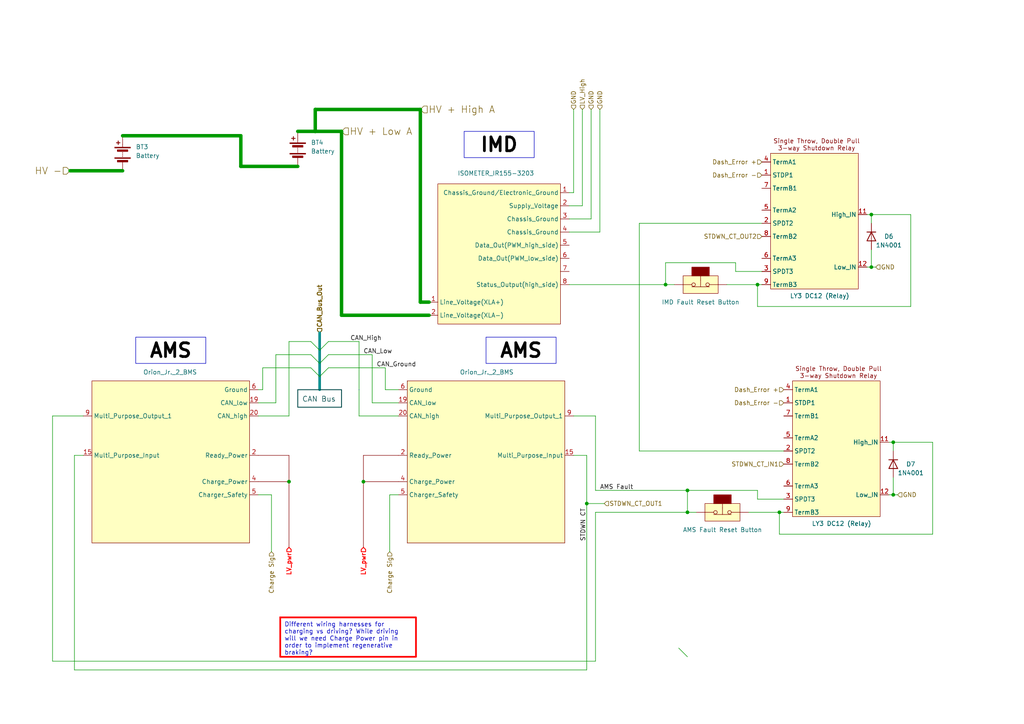
<source format=kicad_sch>
(kicad_sch (version 20230121) (generator eeschema)
  (paper "A4")
  (lib_symbols
    (symbol "CamachosSymbols:Safety Switch" (pin_numbers hide) (pin_names (offset 1.016) hide)
      (property "Reference" "SW?" (at 0 7.62 0))
      (property "Value" "Safety Switch" (at 0 6.35 0))
      (symbol "Safety Switch_0_1"
        (rectangle (start -5.08 2.54) (end 5.08 -2.54) (fill (type background)))
        (circle (center -2.032 0) (radius 0.508))
        (polyline (pts (xy -5.08 0) (xy -2.54 0)))
        (polyline (pts (xy -2.54 -0.635) (xy 2.54 -0.635)))
        (polyline (pts (xy 0 -0.635) (xy 0 1.27)))
        (polyline (pts (xy 0 1.27) (xy 0 2.54)))
        (polyline (pts (xy 2.54 0) (xy 5.08 0)))
        (polyline (pts (xy -2.54 2.54) (xy -2.54 5.08) (xy 2.54 5.08) (xy 2.54 2.54) (xy -2.54 2.54)) (fill (type outline)))
        (circle (center 2.032 0) (radius 0.508))
        (pin passive line (at -7.62 0 0) (length 2.54) (name "A") (number "1"))
      )
      (symbol "Safety Switch_1_1"
        (pin passive line (at 7.62 0 180) (length 2.54) (name "B") (number "2"))
      )
    )
    (symbol "Device:Battery" (pin_numbers hide) (pin_names (offset 0) hide)
      (property "Reference" "BT" (at 2.54 2.54 0))
      (property "Value" "Battery" (at 2.54 0 0))
      (symbol "Battery_0_1"
        (rectangle (start -2.286 -1.27) (end 2.286 -1.524) (fill (type outline)))
        (rectangle (start -2.286 1.778) (end 2.286 1.524) (fill (type outline)))
        (rectangle (start -1.524 -2.032) (end 1.524 -2.54) (fill (type outline)))
        (rectangle (start -1.524 1.016) (end 1.524 0.508) (fill (type outline)))
        (polyline (pts (xy 0 -1.016) (xy 0 -0.762)))
        (polyline (pts (xy 0 -0.508) (xy 0 -0.254)))
        (polyline (pts (xy 0 0) (xy 0 0.254)))
        (polyline (pts (xy 0 1.778) (xy 0 2.54)))
        (polyline (pts (xy 0.762 3.048) (xy 1.778 3.048)) (stroke (width 0.254)))
        (polyline (pts (xy 1.27 3.556) (xy 1.27 2.54)) (stroke (width 0.254)))
      )
      (symbol "Battery_1_1"
        (pin passive line (at 0 5.08 270) (length 2.54) (name "+") (number "1"))
        (pin passive line (at 0 -5.08 90) (length 2.54) (name "-") (number "2"))
      )
    )
    (symbol "Diode:1N4001" (pin_numbers hide) (pin_names hide)
      (property "Reference" "D" (at 0 2.54 0))
      (property "Value" "1N4001" (at 0 -2.54 0))
      (symbol "1N4001_0_1"
        (polyline (pts (xy -1.27 1.27) (xy -1.27 -1.27)) (stroke (width 0.254)))
        (polyline (pts (xy 1.27 0) (xy -1.27 0)))
        (polyline (pts (xy 1.27 1.27) (xy 1.27 -1.27) (xy -1.27 0) (xy 1.27 1.27)) (stroke (width 0.254)))
      )
      (symbol "1N4001_1_1"
        (pin passive line (at -3.81 0 0) (length 2.54) (name "K") (number "1"))
        (pin passive line (at 3.81 0 180) (length 2.54) (name "A") (number "2"))
      )
    )
    (symbol "Sevcon_Gen4_Size6_1"
      (property "Value" "ISOMETER_IR155-3203" (at 10.16 17.78 0))
      (symbol "Sevcon_Gen4_Size6_1_0_1"
        (rectangle (start -17.78 13.97) (end 17.78 -26.67) (fill (type background)))
      )
      (symbol "Sevcon_Gen4_Size6_1_1_1"
        (pin passive line (at 20.32 11.43 180) (length 2.54) (name "Chassis_Ground/Electronic_Ground") (number "1"))
        (pin passive line (at -20.32 -20.32 0) (length 2.54) (name "Line_Voltage(XLA+)") (number "1"))
        (pin passive line (at -20.32 -24.13 0) (length 2.54) (name "Line_Voltage(XLA-)") (number "2"))
        (pin passive line (at 20.32 7.62 180) (length 2.54) (name "Supply_Voltage") (number "2"))
        (pin passive line (at 20.32 3.81 180) (length 2.54) (name "Chassis_Ground") (number "3"))
        (pin passive line (at 20.32 0 180) (length 2.54) (name "Chassis_Ground") (number "4"))
        (pin passive line (at 20.32 -3.81 180) (length 2.54) (name "Data_Out(PWM_high_side)") (number "5"))
        (pin passive line (at 20.32 -7.62 180) (length 2.54) (name "Data_Out(PWM_low_side)") (number "6"))
        (pin passive line (at 20.32 -11.43 180) (length 2.54) (name "") (number "7"))
        (pin passive line (at 20.32 -15.24 180) (length 2.54) (name "Status_Output(high_side)") (number "8"))
      )
    )
    (symbol "Sevcon_Gen4_Size6_2"
      (property "Value" "Orion_Jr._2_BMS" (at 7.62 17.78 0))
      (symbol "Sevcon_Gen4_Size6_2_0_1"
        (rectangle (start -22.86 15.24) (end 22.86 -31.75) (fill (type background)))
      )
      (symbol "Sevcon_Gen4_Size6_2_1_1"
        (pin passive line (at 25.4 -2.54 180) (length 2.54) hide (name "Charge_Enable") (number "1"))
        (pin passive line (at -25.4 1.27 0) (length 2.54) hide (name "Therm_1") (number "10"))
        (pin passive line (at 25.4 -21.59 180) (length 2.54) hide (name "State_of_Charge(0-5V)") (number "11"))
        (pin passive line (at -25.4 -2.54 0) (length 2.54) hide (name "Therm_2") (number "12"))
        (pin passive line (at 25.4 -25.4 180) (length 2.54) hide (name "Charge_Current_Lim(0-5V)") (number "13"))
        (pin passive line (at 25.4 -29.21 180) (length 2.54) hide (name "Discharge_Current_Lim(0-5V)") (number "14"))
        (pin input line (at -25.4 -6.35 0) (length 2.54) (name "Multi_Purpose_Input") (number "15"))
        (pin passive line (at -25.4 -10.16 0) (length 2.54) hide (name "Therm_3") (number "16"))
        (pin passive line (at -25.4 -13.97 0) (length 2.54) hide (name "Multi_Purpose_Output_2") (number "17"))
        (pin passive line (at -25.4 -17.78 0) (length 2.54) hide (name "") (number "18"))
        (pin bidirectional line (at 25.4 8.89 180) (length 2.54) (name "CAN_low") (number "19"))
        (pin input line (at 25.4 -6.35 180) (length 2.54) (name "Ready_Power") (number "2"))
        (pin bidirectional line (at 25.4 5.08 180) (length 2.54) (name "CAN_high") (number "20"))
        (pin passive line (at 25.4 -10.16 180) (length 2.54) hide (name "Discharge_Enable") (number "3"))
        (pin input line (at 25.4 -13.97 180) (length 2.54) (name "Charge_Power") (number "4"))
        (pin output line (at 25.4 -17.78 180) (length 2.54) (name "Charger_Safety") (number "5"))
        (pin input line (at 25.4 12.7 180) (length 2.54) (name "Ground") (number "6"))
        (pin passive line (at -25.4 12.7 0) (length 2.54) hide (name "Multi_Purpose_Enable") (number "7"))
        (pin passive line (at -25.4 8.89 0) (length 2.54) hide (name "Therm_Ground") (number "8"))
        (pin output line (at -25.4 5.08 0) (length 2.54) (name "Multi_Purpose_Output_1") (number "9"))
      )
    )
    (symbol "Sevcon_Gen4_Size6_3"
      (property "Value" "LY3 DC12 (Relay)" (at 5.08 -26.67 0))
      (symbol "Sevcon_Gen4_Size6_3_0_1"
        (rectangle (start -17.78 13.97) (end 7.62 -25.4) (fill (type background)))
      )
      (symbol "Sevcon_Gen4_Size6_3_1_0"
        (text "Single Throw, Double Pull\n3-way Shutdown Relay" (at -4.445 16.51 0) (effects (font (size 1.27 1.27))))
      )
      (symbol "Sevcon_Gen4_Size6_3_1_1"
        (pin bidirectional line (at -20.32 7.62 0) (length 2.54) (name "STDP1") (number "1"))
        (pin input line (at 10.16 -3.81 180) (length 2.54) (name "High_IN") (number "11"))
        (pin input line (at 10.16 -19.05 180) (length 2.54) (name "Low_IN") (number "12"))
        (pin bidirectional line (at -20.32 -6.35 0) (length 2.54) (name "SPDT2") (number "2"))
        (pin bidirectional line (at -20.32 -20.32 0) (length 2.54) (name "SPDT3") (number "3"))
        (pin bidirectional line (at -20.32 11.43 0) (length 2.54) (name "TermA1") (number "4"))
        (pin bidirectional line (at -20.32 -2.54 0) (length 2.54) (name "TermA2") (number "5"))
        (pin bidirectional line (at -20.32 -16.51 0) (length 2.54) (name "TermA3") (number "6"))
        (pin bidirectional line (at -20.32 3.81 0) (length 2.54) (name "TermB1") (number "7"))
        (pin bidirectional line (at -20.32 -10.16 0) (length 2.54) (name "TermB2") (number "8"))
        (pin bidirectional line (at -20.32 -24.13 0) (length 2.54) (name "TermB3") (number "9"))
      )
    )
  )
  (junction (at 252.73 77.47))
  (junction (at 199.39 148.59))
  (junction (at 199.39 142.24))
  (junction (at 91.44 38.1))
  (junction (at 219.71 82.55))
  (junction (at 259.08 128.27))
  (junction (at 226.06 148.59))
  (junction (at 170.18 146.05))
  (junction (at 83.82 139.7))
  (junction (at 193.04 82.55))
  (junction (at 252.73 62.23))
  (junction (at 105.41 139.7))
  (junction (at 259.08 143.51))
  (bus_entry (at 90.17 102.87) (size 2.54 2.54))
  (bus_entry (at 90.17 106.68) (size 2.54 2.54))
  (bus_entry (at 95.25 106.68) (size -2.54 2.54))
  (bus_entry (at 196.85 187.96) (size 2.54 2.54))
  (bus_entry (at 95.25 99.06) (size -2.54 2.54))
  (bus_entry (at 90.17 99.06) (size 2.54 2.54))
  (bus_entry (at 95.25 102.87) (size -2.54 2.54))
  (bus (pts (xy 92.71 105.41) (xy 92.71 109.22)) (stroke (width 0.75) (color 0 132 132 1)))
  (wire (pts (xy 166.37 55.88) (xy 166.37 31.75)))
  (wire (pts (xy 124.46 87.63) (xy 121.92 87.63)) (stroke (width 1)))
  (bus (pts (xy 92.71 101.6) (xy 92.71 105.41)) (stroke (width 0.75) (color 0 132 132 1)))
  (wire (pts (xy 270.51 128.27) (xy 270.51 154.94)))
  (wire (pts (xy 91.44 31.75) (xy 121.92 31.75)) (stroke (width 1)))
  (wire (pts (xy 219.71 144.78) (xy 227.33 144.78)))
  (wire (pts (xy 165.1 63.5) (xy 171.45 63.5)))
  (wire (pts (xy 252.73 64.77) (xy 252.73 62.23)))
  (wire (pts (xy 115.57 143.51) (xy 113.03 143.51)))
  (wire (pts (xy 91.44 38.1) (xy 91.44 31.75)) (stroke (width 1)))
  (wire (pts (xy 226.06 148.59) (xy 226.06 154.94)))
  (wire (pts (xy 115.57 132.08) (xy 105.41 132.08)) (stroke (width 0) (color 132 0 0 1)))
  (wire (pts (xy 104.14 99.06) (xy 104.14 120.65)))
  (wire (pts (xy 121.92 87.63) (xy 121.92 31.75)) (stroke (width 1)))
  (wire (pts (xy 213.36 76.2) (xy 213.36 78.74)))
  (wire (pts (xy 251.46 77.47) (xy 252.73 77.47)))
  (wire (pts (xy 226.06 148.59) (xy 227.33 148.59)))
  (wire (pts (xy 74.93 139.7) (xy 83.82 139.7)) (stroke (width 0) (color 132 0 0 1)))
  (wire (pts (xy 259.08 128.27) (xy 270.51 128.27)))
  (wire (pts (xy 111.76 106.68) (xy 111.76 113.03)))
  (wire (pts (xy 69.85 48.26) (xy 69.85 39.37)) (stroke (width 1)))
  (wire (pts (xy 113.03 143.51) (xy 113.03 160.02)))
  (wire (pts (xy 199.39 142.24) (xy 199.39 148.59)))
  (wire (pts (xy 173.99 31.75) (xy 173.99 67.31)))
  (wire (pts (xy 107.95 102.87) (xy 107.95 116.84)))
  (wire (pts (xy 24.13 132.08) (xy 21.59 132.08)))
  (wire (pts (xy 171.45 31.75) (xy 171.45 63.5)))
  (wire (pts (xy 226.06 154.94) (xy 270.51 154.94)))
  (wire (pts (xy 165.1 67.31) (xy 173.99 67.31)))
  (wire (pts (xy 219.71 82.55) (xy 219.71 88.9)))
  (wire (pts (xy 166.37 120.65) (xy 172.72 120.65)))
  (wire (pts (xy 170.18 146.05) (xy 170.18 194.31)))
  (wire (pts (xy 213.36 78.74) (xy 220.98 78.74)))
  (wire (pts (xy 74.93 113.03) (xy 76.2 113.03)))
  (wire (pts (xy 95.25 99.06) (xy 104.14 99.06)))
  (wire (pts (xy 15.24 191.77) (xy 172.72 191.77)))
  (wire (pts (xy 74.93 116.84) (xy 80.01 116.84)))
  (wire (pts (xy 80.01 102.87) (xy 80.01 116.84)))
  (wire (pts (xy 252.73 62.23) (xy 264.16 62.23)))
  (wire (pts (xy 74.93 132.08) (xy 83.82 132.08)) (stroke (width 0) (color 132 0 0 1)))
  (bus (pts (xy 92.71 109.22) (xy 92.71 113.03)) (stroke (width 0.75) (color 0 132 132 1)))
  (wire (pts (xy 219.71 88.9) (xy 264.16 88.9)))
  (wire (pts (xy 165.1 59.69) (xy 168.91 59.69)))
  (wire (pts (xy 193.04 76.2) (xy 213.36 76.2)))
  (wire (pts (xy 199.39 142.24) (xy 219.71 142.24)))
  (wire (pts (xy 217.17 148.59) (xy 226.06 148.59)))
  (wire (pts (xy 74.93 120.65) (xy 83.82 120.65)))
  (wire (pts (xy 185.42 64.77) (xy 185.42 130.81)))
  (wire (pts (xy 76.2 106.68) (xy 90.17 106.68)))
  (wire (pts (xy 95.25 102.87) (xy 107.95 102.87)))
  (wire (pts (xy 259.08 143.51) (xy 259.08 138.43)))
  (wire (pts (xy 172.72 148.59) (xy 172.72 191.77)))
  (wire (pts (xy 80.01 102.87) (xy 90.17 102.87)))
  (wire (pts (xy 99.06 38.1) (xy 99.06 91.44)) (stroke (width 1)))
  (wire (pts (xy 170.18 146.05) (xy 175.26 146.05)))
  (wire (pts (xy 193.04 82.55) (xy 195.58 82.55)))
  (wire (pts (xy 220.98 64.77) (xy 185.42 64.77)))
  (wire (pts (xy 115.57 116.84) (xy 107.95 116.84)))
  (wire (pts (xy 74.93 143.51) (xy 78.74 143.51)))
  (wire (pts (xy 172.72 142.24) (xy 199.39 142.24)))
  (wire (pts (xy 105.41 139.7) (xy 105.41 158.75)) (stroke (width 0) (color 132 0 0 1)))
  (wire (pts (xy 15.24 120.65) (xy 15.24 191.77)))
  (wire (pts (xy 264.16 62.23) (xy 264.16 88.9)))
  (wire (pts (xy 193.04 82.55) (xy 193.04 76.2)))
  (wire (pts (xy 257.81 128.27) (xy 259.08 128.27)))
  (wire (pts (xy 219.71 82.55) (xy 220.98 82.55)))
  (wire (pts (xy 172.72 148.59) (xy 199.39 148.59)))
  (wire (pts (xy 172.72 120.65) (xy 172.72 142.24)))
  (wire (pts (xy 95.25 106.68) (xy 111.76 106.68)))
  (wire (pts (xy 105.41 139.7) (xy 115.57 139.7)) (stroke (width 0) (color 132 0 0 1)))
  (wire (pts (xy 259.08 143.51) (xy 260.35 143.51)))
  (wire (pts (xy 170.18 132.08) (xy 166.37 132.08)))
  (wire (pts (xy 105.41 132.08) (xy 105.41 139.7)) (stroke (width 0) (color 132 0 0 1)))
  (wire (pts (xy 251.46 62.23) (xy 252.73 62.23)))
  (wire (pts (xy 259.08 130.81) (xy 259.08 128.27)))
  (wire (pts (xy 21.59 194.31) (xy 170.18 194.31)))
  (wire (pts (xy 69.85 39.37) (xy 35.56 39.37)) (stroke (width 1)))
  (wire (pts (xy 115.57 113.03) (xy 111.76 113.03)))
  (wire (pts (xy 252.73 77.47) (xy 254 77.47)))
  (wire (pts (xy 165.1 55.88) (xy 166.37 55.88)))
  (wire (pts (xy 83.82 139.7) (xy 83.82 158.75)) (stroke (width 0) (color 132 0 0 1)))
  (wire (pts (xy 168.91 31.75) (xy 168.91 59.69)))
  (wire (pts (xy 115.57 120.65) (xy 104.14 120.65)))
  (wire (pts (xy 199.39 148.59) (xy 201.93 148.59)))
  (wire (pts (xy 35.56 49.53) (xy 20.32 49.53)) (stroke (width 1)))
  (wire (pts (xy 124.46 91.44) (xy 99.06 91.44)) (stroke (width 1)))
  (wire (pts (xy 257.81 143.51) (xy 259.08 143.51)))
  (wire (pts (xy 185.42 130.81) (xy 227.33 130.81)))
  (wire (pts (xy 86.36 38.1) (xy 91.44 38.1)) (stroke (width 1)))
  (wire (pts (xy 76.2 106.68) (xy 76.2 113.03)))
  (wire (pts (xy 165.1 82.55) (xy 193.04 82.55)))
  (wire (pts (xy 91.44 38.1) (xy 99.06 38.1)) (stroke (width 1)))
  (wire (pts (xy 210.82 82.55) (xy 219.71 82.55)))
  (wire (pts (xy 83.82 99.06) (xy 90.17 99.06)))
  (wire (pts (xy 219.71 142.24) (xy 219.71 144.78)))
  (wire (pts (xy 252.73 77.47) (xy 252.73 72.39)))
  (wire (pts (xy 21.59 132.08) (xy 21.59 194.31)))
  (wire (pts (xy 86.36 48.26) (xy 69.85 48.26)) (stroke (width 1)))
  (wire (pts (xy 170.18 132.08) (xy 170.18 146.05)))
  (wire (pts (xy 83.82 99.06) (xy 83.82 120.65)))
  (wire (pts (xy 83.82 132.08) (xy 83.82 139.7)) (stroke (width 0) (color 132 0 0 1)))
  (bus (pts (xy 92.71 96.52) (xy 92.71 101.6)) (stroke (width 0.75) (color 0 132 132 1)))
  (wire (pts (xy 78.74 143.51) (xy 78.74 160.02)))
  (wire (pts (xy 24.13 120.65) (xy 15.24 120.65)))
  (rectangle (start 104.14 113.03) (end 104.14 113.03))
  (rectangle (start 86.36 113.03) (end 99.06 118.11) (stroke (width 0.25) (color 0 72 72 1)))
  (text_box "Different wiring harnesses for charging vs driving? While driving will we need Charge Power pin in order to implement regenerative braking?" (at 81.28 179.07 0) (size 39.37 11.43) (stroke (width 0.5) (color 255 0 0 1)) (effects (font (size 1.27 1.27)) (justify left top)))
  (text_box "AMS" (at 140.97 97.79 0) (size 20.32 7.62) (effects (font (size 4 4) (thickness 0.8) bold)))
  (text_box "IMD" (at 134.62 38.1 0) (size 20.32 7.62) (effects (font (size 4 4) (thickness 0.8) bold)))
  (text_box "AMS" (at 39.37 97.79 0) (size 20.32 7.62) (effects (font (size 4 4) (thickness 0.8) bold)))
  (text "CAN Bus" (at 87.63 116.84 0) (effects (font (size 1.5 1.5)) (justify left bottom)))
  (label "CAN_Low" (at 105.41 102.87 0))
  (label "AMS Fault" (at 173.99 142.24 0))
  (label "CAN_Ground" (at 109.22 106.68 0))
  (label "CAN_High" (at 101.6 99.06 0))
  (label "STDWN CT" (at 170.18 147.32 270))
  (hierarchical_label "STDWN_CT_IN1" (shape input) (at 227.33 134.62 180))
  (hierarchical_label "LV_pwr" (shape input) (at 105.41 158.75 270) (effects (font (thickness 0.254) bold)))
  (hierarchical_label "HV -" (shape input) (at 20.32 49.53 180) (effects (font (size 2 2))))
  (hierarchical_label "Charge Sig" (shape input) (at 113.03 160.02 270))
  (hierarchical_label "Dash_Error -" (shape input) (at 220.98 50.8 180))
  (hierarchical_label "Charge Sig" (shape input) (at 78.74 160.02 270))
  (hierarchical_label "STDWN_CT_OUT1" (shape input) (at 175.26 146.05 0))
  (hierarchical_label "GND" (shape input) (at 166.37 31.75 90))
  (hierarchical_label "GND" (shape input) (at 254 77.47 0))
  (hierarchical_label "Dash_Error +" (shape input) (at 220.98 46.99 180))
  (hierarchical_label "GND" (shape input) (at 173.99 31.75 90))
  (hierarchical_label "HV + Low A" (shape input) (at 99.06 38.1 0) (effects (font (size 2 2))))
  (hierarchical_label "Dash_Error +" (shape input) (at 227.33 113.03 180))
  (hierarchical_label "LV_pwr" (shape input) (at 83.82 158.75 270) (effects (font (thickness 0.254) bold)))
  (hierarchical_label "GND" (shape input) (at 171.45 31.75 90))
  (hierarchical_label "Dash_Error -" (shape input) (at 227.33 116.84 180))
  (hierarchical_label "HV + High A" (shape input) (at 121.92 31.75 0) (effects (font (size 2 2))))
  (hierarchical_label "LV_High" (shape input) (at 168.91 31.75 90))
  (hierarchical_label "CAN_Bus_Out" (shape input) (at 92.71 96.52 90) (effects (font bold)))
  (hierarchical_label "GND" (shape input) (at 260.35 143.51 0))
  (hierarchical_label "STDWN_CT_OUT2" (shape input) (at 220.98 68.58 180))
  (symbol (lib_name "Sevcon_Gen4_Size6_1") (lib_id "CamachosSymbols:Sevcon_Gen4_Size6") (at 144.78 67.31 0) (unit 1)
    (property "Reference" "U?" (effects hide))
    (property "Value" "ISOMETER_IR155-3203" (at 154.94 49.53 0) (effects (justify right top)))
    (instances (project "Car_TractiveSystem_v2" (path "" (reference "U?") (unit 1)) (path "" (reference "U13") (unit 1))))
  )
  (symbol (lib_id "Diode:1N4001") (at 259.08 134.62 270) (unit 1)
    (property "Reference" "D1" (at 264.16 134.62 90))
    (property "Value" "1N4001" (at 264.16 137.16 90))
    (property "Footprint" "Diode_THT:D_DO-41_SOD81_P10.16mm_Horizontal" (effects hide))
    (property "Datasheet" "http://www.vishay.com/docs/88503/1n4001.pdf" (effects hide))
    (property "Sim.Device" "D" (effects hide))
    (property "Sim.Pins" "1=K 2=A" (effects hide))
    (instances (project "Car_TractiveSystem_v2" (path "" (reference "D7") (unit 1))))
  )
  (symbol (lib_id "CamachosSymbols:Safety Switch") (at 203.2 82.55 0) (unit 1)
    (property "Reference" "SW?" (effects hide))
    (property "Value" "IMD Fault Reset Button" (at 203.2 87.63 0))
    (instances (project "Car_TractiveSystem_v2" (path "" (reference "SW?") (unit 1)) (path "" (reference "SW11") (unit 1))))
  )
  (symbol (lib_name "Sevcon_Gen4_Size6_3") (lib_id "CamachosSymbols:Sevcon_Gen4_Size6") (at 247.65 124.46 0) (unit 1)
    (property "Reference" "U?" (effects hide))
    (property "Value" "LY3 DC12 (Relay)" (at 252.73 151.13 0) (effects (justify right top)))
    (instances (project "Car_TractiveSystem_v2" (path "" (reference "U?") (unit 1)) (path "" (reference "U15") (unit 1))))
  )
  (symbol (lib_id "CamachosSymbols:Safety Switch") (at 209.55 148.59 0) (unit 1)
    (property "Reference" "SW?" (effects hide))
    (property "Value" "AMS Fault Reset Button" (at 209.55 153.67 0))
    (instances (project "Car_TractiveSystem_v2" (path "" (reference "SW?") (unit 1)) (path "" (reference "SW12") (unit 1))))
  )
  (symbol (lib_id "Device:Battery") (at 86.36 43.18 0) (mirror y) (unit 1)
    (property "Reference" "BT2" (at 90.17 41.3385 0) (effects (justify right)))
    (property "Value" "Battery" (at 90.17 43.8785 0) (effects (justify right)))
    (instances (project "Car_TractiveSystem_v2" (path "" (reference "BT4") (unit 1))))
  )
  (symbol (lib_name "Sevcon_Gen4_Size6_3") (lib_id "CamachosSymbols:Sevcon_Gen4_Size6") (at 241.3 58.42 0) (unit 1)
    (property "Reference" "U?" (effects hide))
    (property "Value" "LY3 DC12 (Relay)" (at 246.38 85.09 0) (effects (justify right top)))
    (instances (project "Car_TractiveSystem_v2" (path "" (reference "U?") (unit 1)) (path "" (reference "U14") (unit 1))))
  )
  (symbol (lib_id "Device:Battery") (at 35.56 44.45 0) (mirror y) (unit 1)
    (property "Reference" "BT1" (at 39.37 42.6085 0) (effects (justify right)))
    (property "Value" "Battery" (at 39.37 45.1485 0) (effects (justify right)))
    (instances (project "Car_TractiveSystem_v2" (path "" (reference "BT3") (unit 1))))
  )
  (symbol (lib_name "Sevcon_Gen4_Size6_2") (lib_id "CamachosSymbols:Sevcon_Gen4_Size6") (at 140.97 125.73 0) (mirror y) (unit 1)
    (property "Reference" "U?" (effects hide))
    (property "Value" "Orion_Jr._2_BMS" (at 133.35 107.95 0) (effects (justify right)))
    (instances (project "Car_TractiveSystem_v2" (path "" (reference "U?") (unit 1)) (path "" (reference "U12") (unit 1))))
  )
  (symbol (lib_name "Sevcon_Gen4_Size6_2") (lib_id "CamachosSymbols:Sevcon_Gen4_Size6") (at 49.53 125.73 0) (unit 1)
    (property "Reference" "U?" (effects hide))
    (property "Value" "Orion_Jr._2_BMS" (at 57.15 107.95 0) (effects (justify right)))
    (instances (project "Car_TractiveSystem_v2" (path "" (reference "U?") (unit 1)) (path "" (reference "U11") (unit 1))))
  )
  (symbol (lib_id "Diode:1N4001") (at 252.73 68.58 270) (unit 1)
    (property "Reference" "D1" (at 257.81 68.58 90))
    (property "Value" "1N4001" (at 257.81 71.12 90))
    (property "Footprint" "Diode_THT:D_DO-41_SOD81_P10.16mm_Horizontal" (effects hide))
    (property "Datasheet" "http://www.vishay.com/docs/88503/1n4001.pdf" (effects hide))
    (property "Sim.Device" "D" (effects hide))
    (property "Sim.Pins" "1=K 2=A" (effects hide))
    (instances (project "Car_TractiveSystem_v2" (path "" (reference "D6") (unit 1))))
  )
)
</source>
